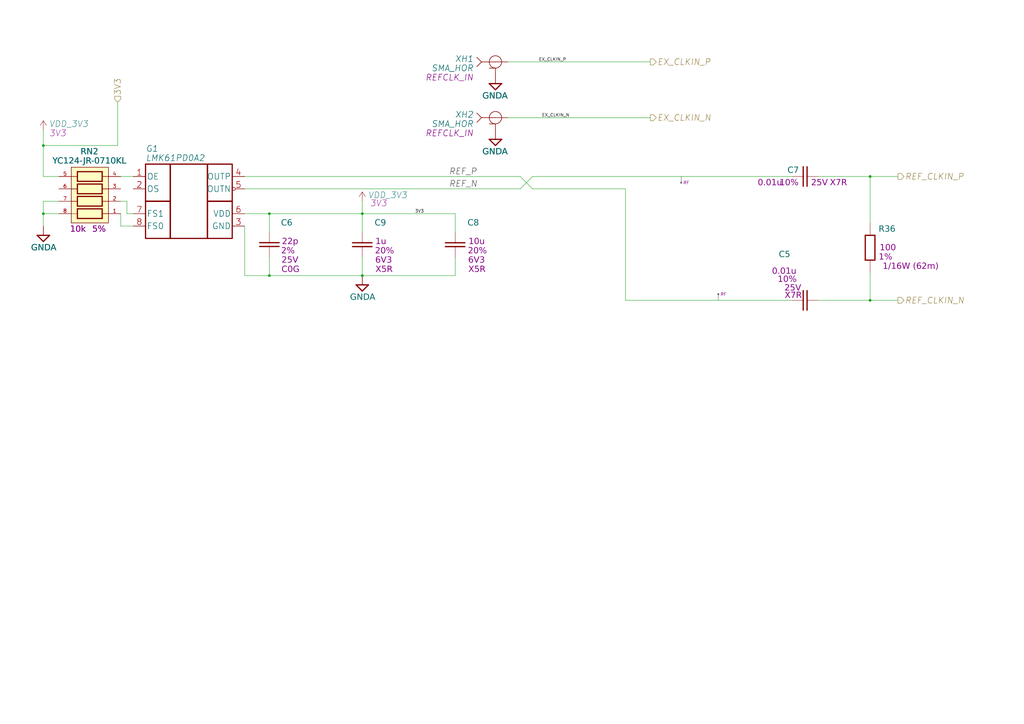
<source format=kicad_sch>
(kicad_sch (version 20250114) (generator "eeschema") (generator_version "9.0")
  (paper "A3")
  (lib_symbols
    (symbol "Capacitor_standart_1" (pin_numbers (hide yes)) (pin_names (offset 0.254) (hide yes))
      (property "Reference" "C" (at 6.35 10.16 0))
      (property "Value" "~" (at 6.35 7.62 0))
      (property "Capacitance" "Value" (at 5.842 3.81 0))
      (property "Tolerance" "20%" (at 5.842 0.508 0))
      (property "MaxVoltage" "VMax" (at 5.588 -2.794 0))
      (property "TempFactor" "X" (at 5.588 -5.842 0))
      (symbol "Capacitor_standart_1_0_1"
        (polyline (pts (xy 0 0.762) (xy 4.0132 0.762)) (stroke (width 0.508)))
      )
      (symbol "Capacitor_standart_1_1_1"
        (polyline (pts (xy -4.0132 0.762) (xy 0 0.762)) (stroke (width 0.508)))
        (polyline (pts (xy -4.0132 -0.8128) (xy 0 -0.8128)) (stroke (width 0.508)))
        (polyline (pts (xy 0 -0.8128) (xy 4.0132 -0.8128)) (stroke (width 0.508)))
        (pin passive line (at 0 5.08 270) (length 4.2926) (name "1") (number "1"))
        (pin passive line (at 0 -5.08 90) (length 4.2672) (name "2") (number "2"))
      )
    )
    (symbol "Capacitor_standart_2" (pin_numbers (hide yes)) (pin_names (offset 0.254) (hide yes))
      (property "Reference" "C" (at 6.35 10.16 0))
      (property "Value" "~" (at 6.35 7.62 0))
      (property "Capacitance" "Value" (at 5.842 3.81 0))
      (property "Tolerance" "20%" (at 5.842 0.508 0))
      (property "MaxVoltage" "VMax" (at 5.588 -2.794 0))
      (property "TempFactor" "X" (at 5.588 -5.842 0))
      (symbol "Capacitor_standart_2_0_1"
        (polyline (pts (xy 0 0.762) (xy 4.0132 0.762)) (stroke (width 0.508)))
      )
      (symbol "Capacitor_standart_2_1_1"
        (polyline (pts (xy -4.0132 0.762) (xy 0 0.762)) (stroke (width 0.508)))
        (polyline (pts (xy -4.0132 -0.8128) (xy 0 -0.8128)) (stroke (width 0.508)))
        (polyline (pts (xy 0 -0.8128) (xy 4.0132 -0.8128)) (stroke (width 0.508)))
        (pin passive line (at 0 5.08 270) (length 4.2926) (name "1") (number "1"))
        (pin passive line (at 0 -5.08 90) (length 4.2672) (name "2") (number "2"))
      )
    )
    (symbol "GOST_symbols:Capacitor_standart" (pin_numbers (hide yes)) (pin_names (offset 0.254) (hide yes))
      (property "Reference" "C" (at 6.35 10.16 0))
      (property "Value" "~" (at 6.35 7.62 0))
      (property "Capacitance" "Value" (at 5.842 3.81 0))
      (property "Tolerance" "20%" (at 5.842 0.508 0))
      (property "MaxVoltage" "VMax" (at 5.588 -2.794 0))
      (property "TempFactor" "X" (at 5.588 -5.842 0))
      (symbol "Capacitor_standart_0_1"
        (polyline (pts (xy 0 0.762) (xy 4.0132 0.762)) (stroke (width 0.508)))
      )
      (symbol "Capacitor_standart_1_1"
        (polyline (pts (xy -4.0132 0.762) (xy 0 0.762)) (stroke (width 0.508)))
        (polyline (pts (xy -4.0132 -0.8128) (xy 0 -0.8128)) (stroke (width 0.508)))
        (polyline (pts (xy 0 -0.8128) (xy 4.0132 -0.8128)) (stroke (width 0.508)))
        (pin passive line (at 0 5.08 270) (length 4.2926) (name "1") (number "1"))
        (pin passive line (at 0 -5.08 90) (length 4.2672) (name "2") (number "2"))
      )
    )
    (symbol "GOST_symbols:Connector_RF_Out_2pin" (pin_numbers (hide yes)) (pin_names (offset 1.016) (hide yes))
      (property "Reference" "XW" (at -0.635 4.445 0))
      (property "Value" "~" (at 2.413 4.699 0))
      (property "Name" "Name" (at -5.08 -3.81 0))
      (symbol "Connector_RF_Out_2pin_1_1"
        (polyline (pts (xy 0 0) (xy 5.715 0)) (stroke (width 0.25)))
        (circle (center 0 0) (radius 2.54) (stroke (width 0.25)))
        (polyline (pts (xy 0 -2.54) (xy 2.54 -2.54)) (stroke (width 0.25)))
        (polyline (pts (xy 5.715 0) (xy 7.62 1.905)) (stroke (width 0.25)))
        (polyline (pts (xy 5.715 0) (xy 7.62 -1.905)) (stroke (width 0.25)))
        (pin passive line (at -5.08 0 0) (length 5.08) (name "1") (number "1"))
        (pin passive line (at 0 -5.08 90) (length 2.54) (name "2") (number "2"))
      )
    )
    (symbol "GOST_symbols:GNDA" (power) (pin_names (offset 0) (hide yes))
      (property "Value" "GNDA" (at 0 -6.985 0))
      (symbol "GNDA_1_1"
        (polyline (pts (xy 0 1.27) (xy 0 -2.54)) (stroke (width 0.25)))
        (polyline (pts (xy 0 -2.54) (xy -2.54 -2.54)) (stroke (width 0.5)))
        (polyline (pts (xy 0 -2.54) (xy 2.54 -2.54)) (stroke (width 0.5)))
        (polyline (pts (xy 2.54 -2.54) (xy 0 -5.08) (xy -2.54 -2.54)) (stroke (width 0.5)))
        (pin power_in line (at 0 1.27 270) (length 0) (hide yes) (name "GNDA") (number "1"))
      )
    )
    (symbol "GOST_symbols:PowerIn" (power) (pin_names (offset 0) (hide yes))
      (property "Value" "PowerIn" (at 5.334 -6.604 0))
      (property "Voltage" "+V" (at 0 -3.556 0))
      (symbol "PowerIn_0_1"
        (polyline (pts (xy -3.81 0) (xy -1.905 1.27)))
        (polyline (pts (xy -3.81 0) (xy -1.905 -1.27)))
        (polyline (pts (xy -3.81 0) (xy 0 0)))
      )
      (symbol "PowerIn_1_1"
        (pin power_in line (at 0 0 180) (length 0) (hide yes) (name "AVDD") (number "1"))
      )
    )
    (symbol "GOST_symbols:Resistor" (pin_numbers (hide yes)) (pin_names (offset 0) (hide yes))
      (property "Reference" "R" (at -4.445 3.81 0))
      (property "Value" "~" (at -2.54 3.81 0))
      (property "Resistence" "Ohm" (at -2.54 -3.81 0))
      (property "MaxPower" "1/W" (at -2.54 -6.985 0))
      (property "Tolerance" "+/-" (at -2.54 -10.16 0))
      (symbol "Resistor_0_1"
        (polyline (pts (xy -5.08 1.9812) (xy -5.08 -1.9812)) (stroke (width 0.508)))
        (polyline (pts (xy -5.08 1.9812) (xy 5.08 1.9812)) (stroke (width 0.508)))
        (polyline (pts (xy -5.08 -1.9812) (xy 5.08 -1.9812)) (stroke (width 0.508)))
      )
      (symbol "Resistor_1_1"
        (polyline (pts (xy 5.08 1.9812) (xy 5.08 -1.9812)) (stroke (width 0.508)))
        (pin passive line (at -10.16 0 0) (length 5.08) (name "1") (number "1"))
        (pin passive line (at 10.16 0 180) (length 5.08) (name "2") (number "2"))
      )
    )
    (symbol "GOST_symbols:Resistor_Array" (pin_names (offset 1.016) (hide yes))
      (property "Reference" "RN" (at -6.35 10.795 0))
      (property "Value" "~" (at -3.175 11.43 0))
      (property "Resistence" "Value" (at -4.445 -16.51 0))
      (property "Tolerance" "+/-" (at -5.08 -20.32 0))
      (symbol "Resistor_Array_0_1"
        (polyline (pts (xy 5.08 5.08) (xy 7.62 5.08)))
      )
      (symbol "Resistor_Array_1_1"
        (rectangle (start -7.62 8.89) (end 7.62 -13.97) (stroke (width 0.25)) (fill (type background)))
        (polyline (pts (xy -7.62 5.08) (xy -5.08 5.08)) (stroke (width 0.25)))
        (polyline (pts (xy -7.62 0) (xy -5.08 0)) (stroke (width 0.25)))
        (polyline (pts (xy -7.62 -5.08) (xy -5.08 -5.08)) (stroke (width 0.25)))
        (polyline (pts (xy -7.62 -10.16) (xy -5.08 -10.16)) (stroke (width 0.25)))
        (polyline (pts (xy -5.08 7.0612) (xy -5.08 3.0988)) (stroke (width 0.5)))
        (polyline (pts (xy -5.08 7.0612) (xy 5.08 7.0612)) (stroke (width 0.5)))
        (polyline (pts (xy -5.08 3.0988) (xy 5.08 3.0988)) (stroke (width 0.5)))
        (polyline (pts (xy -5.08 1.9812) (xy -5.08 -1.9812)) (stroke (width 0.5)))
        (polyline (pts (xy -5.08 1.9812) (xy 5.08 1.9812)) (stroke (width 0.5)))
        (polyline (pts (xy -5.08 -1.9812) (xy 5.08 -1.9812)) (stroke (width 0.5)))
        (polyline (pts (xy -5.08 -3.0988) (xy -5.08 -7.0612)) (stroke (width 0.5)))
        (polyline (pts (xy -5.08 -3.0988) (xy 5.08 -3.0988)) (stroke (width 0.5)))
        (polyline (pts (xy -5.08 -7.0612) (xy 5.08 -7.0612)) (stroke (width 0.5)))
        (polyline (pts (xy -5.08 -8.1788) (xy -5.08 -12.1412)) (stroke (width 0.5)))
        (polyline (pts (xy -5.08 -8.1788) (xy 5.08 -8.1788)) (stroke (width 0.5)))
        (polyline (pts (xy -5.08 -12.1412) (xy 5.08 -12.1412)) (stroke (width 0.5)))
        (polyline (pts (xy 5.08 7.0612) (xy 5.08 3.0988)) (stroke (width 0.5)))
        (polyline (pts (xy 5.08 1.9812) (xy 5.08 -1.9812)) (stroke (width 0.5)))
        (polyline (pts (xy 5.08 -3.0988) (xy 5.08 -7.0612)) (stroke (width 0.5)))
        (polyline (pts (xy 5.08 -8.1788) (xy 5.08 -12.1412)) (stroke (width 0.5)))
        (polyline (pts (xy 7.62 0) (xy 5.08 0)) (stroke (width 0.25)))
        (polyline (pts (xy 7.62 -5.08) (xy 5.08 -5.08)) (stroke (width 0.25)))
        (polyline (pts (xy 7.62 -10.16) (xy 5.08 -10.16)) (stroke (width 0.25)))
        (pin passive line (at -12.7 5.08 0) (length 5.08) (name "1") (number "1"))
        (pin passive line (at -12.7 0 0) (length 5.08) (name "2") (number "2"))
        (pin passive line (at -12.7 -5.08 0) (length 5.08) (name "3") (number "3"))
        (pin passive line (at -12.7 -10.16 0) (length 5.08) (name "4") (number "4"))
        (pin passive line (at 12.7 5.08 180) (length 5.08) (name "8") (number "8"))
        (pin passive line (at 12.7 0 180) (length 5.08) (name "7") (number "7"))
        (pin passive line (at 12.7 -5.08 180) (length 5.08) (name "6") (number "6"))
        (pin passive line (at 12.7 -10.16 180) (length 5.08) (name "5") (number "5"))
      )
    )
    (symbol "GOST_symbolsAnalogIC:LMK61PD0A2"
      (property "Reference" "G" (at -17.78 6.35 0))
      (property "Value" "LMK61PD0A2" (at -17.78 2.54 0))
      (symbol "LMK61PD0A2_1_1"
        (rectangle (start -17.78 0) (end -7.62 -15.24) (stroke (width 0.5)))
        (rectangle (start -17.78 -15.24) (end -7.62 -30.48) (stroke (width 0.5)))
        (rectangle (start -7.62 0) (end 7.62 -30.48) (stroke (width 0.5)))
        (rectangle (start 7.62 0) (end 17.78 -15.24) (stroke (width 0.5)))
        (rectangle (start 7.62 -15.24) (end 17.78 -30.48) (stroke (width 0.5)))
        (pin input line (at -22.86 -5.08 0) (length 5.08) (name "OE") (number "1"))
        (pin input line (at -22.86 -10.16 0) (length 5.08) (name "OS") (number "2"))
        (pin input line (at -22.86 -20.32 0) (length 5.08) (name "FS1") (number "7"))
        (pin input line (at -22.86 -25.4 0) (length 5.08) (name "FS0") (number "8"))
        (pin output line (at 22.86 -5.08 180) (length 5.08) (name "OUTP") (number "4"))
        (pin output inverted (at 22.86 -10.16 180) (length 5.08) (name "OUTN") (number "5"))
        (pin power_in line (at 22.86 -20.32 180) (length 5.08) (name "VDD") (number "6"))
        (pin power_in line (at 22.86 -25.4 180) (length 5.08) (name "GND") (number "3"))
      )
    )
  )
  (junction (at 110.49 113.03))
  (junction (at 356.87 72.39))
  (junction (at 148.59 113.03))
  (junction (at 17.78 59.69))
  (junction (at 356.87 123.19))
  (junction (at 148.59 87.63))
  (junction (at 17.78 87.63))
  (junction (at 110.49 87.63))
  (wire (pts (xy 148.59 87.63) (xy 186.69 87.63)))
  (wire (pts (xy 186.69 87.63) (xy 186.69 95.25)))
  (wire (pts (xy 17.78 72.39) (xy 24.13 72.39)))
  (wire (pts (xy 356.87 72.39) (xy 356.87 91.44)))
  (wire (pts (xy 208.28 25.4) (xy 266.7 25.4)))
  (wire (pts (xy 218.44 72.39) (xy 325.12 72.39)))
  (wire (pts (xy 100.33 77.47) (xy 213.36 77.47)))
  (wire (pts (xy 218.44 72.39) (xy 213.36 77.47)))
  (wire (pts (xy 52.07 82.55) (xy 52.07 87.63)))
  (wire (pts (xy 48.26 59.69) (xy 17.78 59.69)))
  (wire (pts (xy 335.28 72.39) (xy 356.87 72.39)))
  (wire (pts (xy 148.59 105.41) (xy 148.59 113.03)))
  (wire (pts (xy 148.59 113.03) (xy 110.49 113.03)))
  (wire (pts (xy 17.78 53.34) (xy 17.78 59.69)))
  (wire (pts (xy 17.78 92.71) (xy 17.78 87.63)))
  (wire (pts (xy 49.53 72.39) (xy 54.61 72.39)))
  (wire (pts (xy 356.87 111.76) (xy 356.87 123.19)))
  (wire (pts (xy 186.69 113.03) (xy 148.59 113.03)))
  (wire (pts (xy 17.78 59.69) (xy 17.78 72.39)))
  (wire (pts (xy 356.87 123.19) (xy 368.3 123.19)))
  (wire (pts (xy 208.28 48.26) (xy 266.7 48.26)))
  (wire (pts (xy 213.36 72.39) (xy 218.44 77.47)))
  (wire (pts (xy 100.33 113.03) (xy 110.49 113.03)))
  (wire (pts (xy 256.54 123.19) (xy 325.12 123.19)))
  (wire (pts (xy 148.59 82.55) (xy 148.59 87.63)))
  (wire (pts (xy 100.33 72.39) (xy 213.36 72.39)))
  (wire (pts (xy 110.49 87.63) (xy 148.59 87.63)))
  (wire (pts (xy 49.53 82.55) (xy 52.07 82.55)))
  (wire (pts (xy 256.54 77.47) (xy 256.54 123.19)))
  (wire (pts (xy 335.28 123.19) (xy 356.87 123.19)))
  (wire (pts (xy 24.13 82.55) (xy 17.78 82.55)))
  (wire (pts (xy 48.26 41.91) (xy 48.26 59.69)))
  (wire (pts (xy 110.49 113.03) (xy 110.49 105.41)))
  (wire (pts (xy 356.87 72.39) (xy 368.3 72.39)))
  (wire (pts (xy 52.07 87.63) (xy 54.61 87.63)))
  (wire (pts (xy 17.78 82.55) (xy 17.78 87.63)))
  (wire (pts (xy 100.33 92.71) (xy 100.33 113.03)))
  (wire (pts (xy 49.53 92.71) (xy 54.61 92.71)))
  (wire (pts (xy 100.33 87.63) (xy 110.49 87.63)))
  (wire (pts (xy 148.59 87.63) (xy 148.59 95.25)))
  (wire (pts (xy 186.69 105.41) (xy 186.69 113.03)))
  (wire (pts (xy 218.44 77.47) (xy 256.54 77.47)))
  (wire (pts (xy 49.53 87.63) (xy 49.53 92.71)))
  (wire (pts (xy 110.49 87.63) (xy 110.49 95.25)))
  (wire (pts (xy 17.78 87.63) (xy 24.13 87.63)))
  (label "REF_P" (at 184.15 72.39 0) (effects (font (size 2.5 2.5) (italic yes))))
  (label "EX_CLKIN_P" (at 220.98 25.4 0))
  (label "3V3" (at 170.18 87.63 0))
  (label "REF_N" (at 184.15 77.47 0) (effects (font (size 2.5 2.5) (italic yes))))
  (label "EX_CLKIN_N" (at 222.25 48.26 0))
  (hierarchical_label "EX_CLKIN_P " (shape output) (at 266.7 25.4 0) (effects (font (size 2.5 2.5) (italic yes))))
  (hierarchical_label "REF_CLKIN_P " (shape output) (at 368.3 72.39 0) (effects (font (size 2.5 2.5) (italic yes))))
  (hierarchical_label "3V3" (shape input) (at 48.26 41.91 90) (effects (font (size 2.48 2.48))))
  (hierarchical_label "EX_CLKIN_N " (shape output) (at 266.7 48.26 0) (effects (font (size 2.5 2.5) (italic yes))))
  (hierarchical_label "REF_CLKIN_N " (shape output) (at 368.3 123.19 0) (effects (font (size 2.5 2.5) (italic yes))))
  (netclass_flag "" (length 2.54) (shape dot) (at 294.64 123.19 0) (property "Netclass" "RF" (at 295.3385 120.65 0) (effects (font (italic yes)) (justify left))))
  (netclass_flag "" (length 2.54) (shape dot) (at 279.4 72.39 180) (property "Netclass" "RF" (at 280.0985 74.93 0) (effects (font (italic yes)) (justify left))))
  (symbol (lib_id "GOST_symbols:GNDA") (at 148.59 114.3 0) (unit 1)
    (property "Reference" "#PWR017" (effects (hide yes)))
    (property "Value" "GNDA" (at 148.59 121.92 0) (effects (font (size 2.5 2.5) (italic yes))))
  )
  (symbol (lib_id "GOST_symbols:Connector_RF_Out_2pin") (at 203.2 25.4 0) (mirror y) (unit 1)
    (property "Reference" "XH1" (at 194.31 24.13 0) (effects (font (size 2.5 2.5) (italic yes)) (justify left)))
    (property "Value" "SMA_HOR" (at 194.31 27.94 0) (effects (font (size 2.5 2.5) (italic yes)) (justify left)))
    (property "Footprint" "Connector_Coaxial:SMA_Amphenol_901-144_Vertical" (effects (hide yes)))
    (property "Type" "Разъём {Разъёмы}" (effects (hide yes)))
    (property "Name" "REFCLK_IN" (at 194.31 31.75 0) (effects (font (size 2.4892 2.4892) (italic yes)) (justify left)))
  )
  (symbol (lib_id "GOST_symbols:Capacitor_standart") (at 148.59 100.33 0) (unit 1)
    (property "Reference" "C9" (at 153.67 91.44 0) (effects (font (size 2.5 2.5) (italic yes)) (justify left)))
    (property "Value" "GRM033R60J105MEA" (effects (hide yes)))
    (property "Footprint" "Capacitor_SMD:C_0201_0603Metric" (effects (hide yes)))
    (property "Capacitance" "1u" (at 153.67 99.06 0) (effects (font (size 2.5 2.5) (italic yes)) (justify left)))
    (property "Tolerance" "20%" (at 153.67 102.87 0) (effects (font (size 2.5 2.5) (italic yes)) (justify left)))
    (property "MaxVoltage" "6V3" (at 153.67 106.68 0) (effects (font (size 2.5 2.5) (italic yes)) (justify left)))
    (property "TempFactor" "X5R" (at 153.67 110.49 0) (effects (font (size 2.5 2.5) (italic yes)) (justify left)))
    (property "Type" "Конденсатор  {Конденсаторы}" (effects (hide yes)))
  )
  (symbol (lib_id "GOST_symbols:Capacitor_standart") (at 186.69 100.33 0) (unit 1)
    (property "Reference" "C8" (at 191.77 91.44 0) (effects (font (size 2.5 2.5) (italic yes)) (justify left)))
    (property "Value" "CL05A106MQ5NUNC" (effects (hide yes)))
    (property "Footprint" "Capacitor_SMD:C_0402_1005Metric" (effects (hide yes)))
    (property "Capacitance" "10u" (at 191.77 99.06 0) (effects (font (size 2.5 2.5) (italic yes)) (justify left)))
    (property "Tolerance" "20%" (at 191.77 102.87 0) (effects (font (size 2.5 2.5) (italic yes)) (justify left)))
    (property "MaxVoltage" "6V3" (at 191.77 106.68 0) (effects (font (size 2.5 2.5) (italic yes)) (justify left)))
    (property "TempFactor" "X5R" (at 191.77 110.49 0) (effects (font (size 2.5 2.5) (italic yes)) (justify left)))
    (property "Type" "Конденсатор  {Конденсаторы}" (effects (hide yes)))
  )
  (symbol (lib_id "GOST_symbols:GNDA") (at 17.78 93.98 0) (unit 1)
    (property "Reference" "#PWR022" (effects (hide yes)))
    (property "Value" "GNDA" (at 17.78 101.6 0) (effects (font (size 2.5 2.5) (italic yes))))
  )
  (symbol (lib_id "GOST_symbols:Resistor") (at 356.87 101.6 90) (unit 1)
    (property "Reference" "R36" (at 360.68 93.98 90) (effects (font (size 2.5 2.5) (italic yes)) (justify right)))
    (property "Value" "RC0402FR-07100RL" (effects (hide yes)))
    (property "Footprint" "Resistor_SMD:R_0402_1005Metric" (effects (hide yes)))
    (property "Type" "Резистор {Резисторы}" (effects (hide yes)))
    (property "Resistence" "100" (at 360.68 101.6 90) (effects (font (size 2.4892 2.4892) (italic yes)) (justify right)))
    (property "MaxPower" "1/16W (62m)" (at 360.68 109.22 90) (effects (font (size 2.4892 2.4892) (italic yes)) (justify right)))
    (property "Tolerance" "1%" (at 360.68 105.41 90) (effects (font (size 2.4892 2.4892) (italic yes)) (justify right)))
  )
  (symbol (lib_id "GOST_symbols:GNDA") (at 203.2 54.61 0) (mirror y) (unit 1)
    (property "Reference" "#PWR019" (effects (hide yes)))
    (property "Value" "GNDA" (at 203.2 62.23 0) (effects (font (size 2.5 2.5) (italic yes))))
  )
  (symbol (lib_id "GOST_symbols:Resistor_Array") (at 36.83 82.55 180) (unit 1)
    (property "Reference" "RN2" (at 36.83 62.23 0) (effects (font (size 2.5 2.5) (italic yes))))
    (property "Value" "YC124-JR-0710KL" (at 36.83 66.04 0) (effects (font (size 2.5 2.5) (italic yes))))
    (property "Footprint" "Resistor_SMD:R_Array_Convex_4x0402" (effects (hide yes)))
    (property "Resistence" "10k" (at 35.56 93.98 0) (effects (font (size 2.4892 2.4892) (italic yes)) (justify left)))
    (property "Tolerance" "5%" (at 38.1 93.98 0) (effects (font (size 2.4892 2.4892) (italic yes)) (justify right)))
    (property "Type" "Резисторная сборка  {Резисторные сборки}" (effects (hide yes)))
  )
  (symbol (lib_id "GOST_symbols:GNDA") (at 203.2 31.75 0) (mirror y) (unit 1)
    (property "Reference" "#PWR013" (effects (hide yes)))
    (property "Value" "GNDA" (at 203.2 39.37 0) (effects (font (size 2.5 2.5) (italic yes))))
  )
  (symbol (lib_id "GOST_symbols:Connector_RF_Out_2pin") (at 203.2 48.26 0) (mirror y) (unit 1)
    (property "Reference" "XH2" (at 194.31 46.99 0) (effects (font (size 2.5 2.5) (italic yes)) (justify left)))
    (property "Value" "SMA_HOR" (at 194.31 50.8 0) (effects (font (size 2.5 2.5) (italic yes)) (justify left)))
    (property "Footprint" "Connector_Coaxial:SMA_Amphenol_901-144_Vertical" (effects (hide yes)))
    (property "Type" "Разъём {Разъёмы}" (effects (hide yes)))
    (property "Name" "REFCLK_IN" (at 194.31 54.61 0) (effects (font (size 2.4892 2.4892) (italic yes)) (justify left)))
  )
  (symbol (lib_id "GOST_symbolsAnalogIC:LMK61PD0A2") (at 77.47 67.31 0) (unit 1)
    (property "Reference" "G1" (at 59.69 60.96 0) (effects (font (size 2.5 2.5) (italic yes)) (justify left)))
    (property "Value" "LMK61PD0A2" (at 59.69 64.77 0) (effects (font (size 2.5 2.5) (italic yes)) (justify left)))
    (property "Footprint" "Package_QFM:QFM-8-SIA" (effects (hide yes)))
    (property "Datasheet" "/kicad/DataSheets/AnalogIC/lmk61pd0a2.pdf" (effects (hide yes)))
    (property "Type" "Генератор {Генераторы}" (effects (hide yes)))
  )
  (symbol (lib_id "GOST_symbols:Capacitor_standart") (at 110.49 100.33 180) (unit 1)
    (property "Reference" "C6" (at 115.57 91.44 0) (effects (font (size 2.5 2.5) (italic yes)) (justify right)))
    (property "Value" "GJM0335C1E220GB" (effects (hide yes)))
    (property "Footprint" "Capacitor_SMD:C_0201_0603Metric" (effects (hide yes)))
    (property "Type" "Конденсатор  {Конденсаторы}" (effects (hide yes)))
    (property "Capacitance" "22p" (at 115.57 99.06 0) (effects (font (size 2.5 2.5) (italic yes)) (justify right)))
    (property "Tolerance" "2%" (at 115.57 102.87 0) (effects (font (size 2.5 2.5) (italic yes)) (justify right)))
    (property "MaxVoltage" "25V" (at 115.57 106.68 0) (effects (font (size 2.5 2.5) (italic yes)) (justify right)))
    (property "TempFactor" "C0G" (at 115.57 110.49 0) (effects (font (size 2.5 2.5) (italic yes)) (justify right)))
  )
  (symbol (lib_id "GOST_symbols:PowerIn") (at 17.78 53.34 90) (mirror x) (unit 1)
    (property "Reference" "#PWR021" (effects (hide yes)))
    (property "Value" "VDD_3V3" (at 20.32 50.8 90) (effects (font (size 2.5 2.5) (italic yes)) (justify right)))
    (property "Voltage" "3V3" (at 20.32 54.61 90) (effects (font (size 2.4892 2.4892) (italic yes)) (justify right)))
  )
  (symbol (lib_name "Capacitor_standart_2") (lib_id "GOST_symbols:Capacitor_standart") (at 330.2 123.19 90) (unit 1)
    (property "Reference" "C5" (at 324.104 104.394 90) (effects (font (size 2.5 2.5) (italic yes)) (justify left)))
    (property "Value" "GRM033R71E103KE" (effects (hide yes)))
    (property "Footprint" "Capacitor_SMD:C_0201_0603Metric" (effects (hide yes)))
    (property "Type" "Конденсатор  {Конденсаторы}" (effects (hide yes)))
    (property "Capacitance" "0.01u" (at 327.152 111.252 90) (effects (font (size 2.5 2.5) (italic yes)) (justify left)))
    (property "Tolerance" "10%" (at 326.898 114.554 90) (effects (font (size 2.5 2.5) (italic yes)) (justify left)))
    (property "MaxVoltage" "25V" (at 321.818 118.11 90) (effects (font (size 2.5 2.5) (italic yes)) (justify right)))
    (property "TempFactor" "X7R" (at 321.818 121.158 90) (effects (font (size 2.5 2.5) (italic yes)) (justify right)))
  )
  (symbol (lib_name "Capacitor_standart_1") (lib_id "GOST_symbols:Capacitor_standart") (at 330.2 72.39 90) (unit 1)
    (property "Reference" "C7" (at 327.66 69.85 90) (effects (font (size 2.5 2.5) (italic yes)) (justify left)))
    (property "Value" "GRM033R71E103KE" (effects (hide yes)))
    (property "Footprint" "Capacitor_SMD:C_0201_0603Metric" (effects (hide yes)))
    (property "Type" "Конденсатор  {Конденсаторы}" (effects (hide yes)))
    (property "Capacitance" "0.01u" (at 321.31 74.93 90) (effects (font (size 2.5 2.5) (italic yes)) (justify left)))
    (property "Tolerance" "10%" (at 327.66 74.93 90) (effects (font (size 2.5 2.5) (italic yes)) (justify left)))
    (property "MaxVoltage" "25V" (at 332.74 74.93 90) (effects (font (size 2.5 2.5) (italic yes)) (justify right)))
    (property "TempFactor" "X7R" (at 340.36 74.93 90) (effects (font (size 2.5 2.5) (italic yes)) (justify right)))
  )
  (symbol (lib_id "GOST_symbols:PowerIn") (at 148.59 82.55 90) (mirror x) (unit 1)
    (property "Reference" "#PWR016" (effects (hide yes)))
    (property "Value" "VDD_3V3" (at 151.13 80.01 90) (effects (font (size 2.5 2.5) (italic yes)) (justify right)))
    (property "Voltage" "3V3" (at 151.892 83.312 90) (effects (font (size 2.4892 2.4892) (italic yes)) (justify right)))
  )
)
</source>
